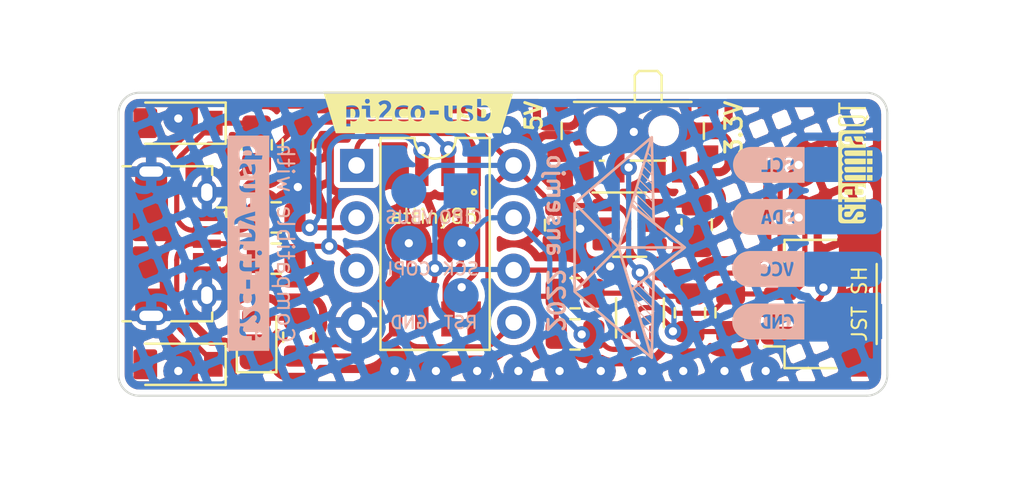
<source format=kicad_pcb>
(kicad_pcb (version 20211014) (generator pcbnew)
  (title_block (rev "1"))
  (layers (0 "F.Cu" signal "Front") (31 "B.Cu" signal "Back") (34 "B.Paste" user) (35 "F.Paste" user) (36 "B.SilkS" user "B.Silkscreen") (37 "F.SilkS" user "F.Silkscreen") (38 "B.Mask" user) (39 "F.Mask" user) (44 "Edge.Cuts" user))
  (net 0 "")
  (net 1 "VBUS")
  (net 2 "GND")
  (net 3 "+3V3")
  (net 4 "Net-(D1-Pad2)")
  (net 5 "USB+")
  (net 6 "USB-")
  (net 8 "VCC")
  (net 9 "SDA")
  (net 10 "SCL")
  (net 11 "CIPO")
  (net 12 "Net-(R2-Pad1)")
  (net 13 "Net-(R3-Pad2)")
  (net 14 "SCK")
  (net 16 "COPI")
  (net 17 "~{RST}")
  (footprint "LOGO" (layer "F.Cu") (at 140.4 76.125 90)
    (fp_text reference "G***" hide)
    (fp_text value "LOGO" hide)
  )
  (footprint "Resistor_SMD:R_0805_2012Metric" (layer "F.Cu") (at 132.375 83.4 90)
    (fp_text reference "R7" hide)
    (fp_text value "10kΩ")
    (pad "1" smd roundrect (at -0.9125 0 90) (size 1.025 1.4) (layers "F.Cu" "F.Paste" "F.Mask") (roundrect_rratio 0.243902) (net 8 "VCC"))
    (pad "2" smd roundrect (at 0.9125 0 90) (size 1.025 1.4) (layers "F.Cu" "F.Paste" "F.Mask") (roundrect_rratio 0.243902) (net 10 "SCL"))
  )
  (footprint "kibuzzard-6233C230" (layer "F.Cu") (at 119.2 73.675)
    (fp_text reference "kibuzzard-6233C230" hide)
    (fp_text value "G***" hide)
  )
  (footprint "Package_DIP:DIP-8_W7.62mm" (layer "F.Cu") (at 116.2 76.25)
    (fp_text reference "U2" hide)
    (fp_text value "ATtiny85-20P")
    (pad "1" thru_hole rect (at 0 0) (size 1.6 1.6) (drill 0.8) (layers *.Cu *.Mask) (net 17 "~{RST}"))
    (pad "2" thru_hole oval (at 0 2.54) (size 1.6 1.6) (drill 0.8) (layers *.Cu *.Mask) (net 12 "Net-(R2-Pad1)"))
    (pad "3" thru_hole oval (at 0 5.08) (size 1.6 1.6) (drill 0.8) (layers *.Cu *.Mask) (net 13 "Net-(R3-Pad2)"))
    (pad "4" thru_hole oval (at 0 7.62) (size 1.6 1.6) (drill 0.8) (layers *.Cu *.Mask) (net 2 "GND"))
    (pad "5" thru_hole oval (at 7.62 7.62) (size 1.6 1.6) (drill 0.8) (layers *.Cu *.Mask) (net 16 "COPI"))
    (pad "6" thru_hole oval (at 7.62 5.08) (size 1.6 1.6) (drill 0.8) (layers *.Cu *.Mask) (net 11 "CIPO"))
    (pad "7" thru_hole oval (at 7.62 2.54) (size 1.6 1.6) (drill 0.8) (layers *.Cu *.Mask) (net 14 "SCK"))
    (pad "8" thru_hole oval (at 7.62 0) (size 1.6 1.6) (drill 0.8) (layers *.Cu *.Mask) (net 1 "VBUS"))
  )
  (footprint "Package_TO_SOT_SMD:SOT-23-5" (layer "F.Cu") (at 129.45 79.125)
    (fp_text reference "U3" hide)
    (fp_text value "MIC5504-3.3YM5")
    (pad "1" smd roundrect (at -1.1375 -0.95) (size 1.325 0.6) (layers "F.Cu" "F.Paste" "F.Mask") (net 1 "VBUS"))
    (pad "2" smd roundrect (at -1.1375 0) (size 1.325 0.6) (layers "F.Cu" "F.Paste" "F.Mask") (net 2 "GND"))
    (pad "3" smd roundrect (at -1.1375 0.95) (size 1.325 0.6) (layers "F.Cu" "F.Paste" "F.Mask") (net 1 "VBUS"))
    (pad "4" smd roundrect (at 1.1375 0.95) (size 1.325 0.6) (layers "F.Cu" "F.Paste" "F.Mask"))
    (pad "5" smd roundrect (at 1.1375 -0.95) (size 1.325 0.6) (layers "F.Cu" "F.Paste" "F.Mask") (net 3 "+3V3"))
  )
  (footprint "Capacitor_SMD:C_0805_2012Metric" (layer "F.Cu") (at 113.35 75.25 -90)
    (fp_text reference "C1" hide)
    (fp_text value "0.1µF")
    (pad "1" smd roundrect (at -0.95 0 270) (size 1 1.45) (layers "F.Cu" "F.Paste" "F.Mask") (net 1 "VBUS"))
    (pad "2" smd roundrect (at 0.95 0 270) (size 1 1.45) (layers "F.Cu" "F.Paste" "F.Mask") (net 2 "GND"))
  )
  (footprint "Capacitor_SMD:C_0805_2012Metric" (layer "F.Cu") (at 126.075 79.15 -90)
    (fp_text reference "C2" hide)
    (fp_text value "1µF")
    (pad "1" smd roundrect (at -0.95 0 270) (size 1 1.45) (layers "F.Cu" "F.Paste" "F.Mask") (net 1 "VBUS"))
    (pad "2" smd roundrect (at 0.95 0 270) (size 1 1.45) (layers "F.Cu" "F.Paste" "F.Mask") (net 2 "GND"))
  )
  (footprint "Resistor_SMD:R_0805_2012Metric" (layer "F.Cu") (at 113.375 84.5875 -90)
    (fp_text reference "R1" hide)
    (fp_text value "2.2kΩ")
    (pad "1" smd roundrect (at -0.9125 0 270) (size 1.025 1.4) (layers "F.Cu" "F.Paste" "F.Mask") (roundrect_rratio 0.243902) (net 4 "Net-(D1-Pad2)"))
    (pad "2" smd roundrect (at 0.9125 0 270) (size 1.025 1.4) (layers "F.Cu" "F.Paste" "F.Mask") (roundrect_rratio 0.243902) (net 16 "COPI"))
  )
  (footprint "Package_SO:SOIC-8W_5.3x5.3mm_P1.27mm" (layer "F.Cu") (at 120 80.05 -90)
    (fp_text reference "U1" hide)
    (fp_text value "ATtiny85-20S")
    (pad "1" smd rect (at -3.65 -1.905 270) (size 1.7 0.65) (layers "F.Cu" "F.Paste" "F.Mask") (net 17 "~{RST}"))
    (pad "2" smd rect (at -3.65 -0.635 270) (size 1.7 0.65) (layers "F.Cu" "F.Paste" "F.Mask") (net 12 "Net-(R2-Pad1)"))
    (pad "3" smd rect (at -3.65 0.635 270) (size 1.7 0.65) (layers "F.Cu" "F.Paste" "F.Mask") (net 13 "Net-(R3-Pad2)"))
    (pad "4" smd rect (at -3.65 1.905 270) (size 1.7 0.65) (layers "F.Cu" "F.Paste" "F.Mask") (net 2 "GND"))
    (pad "5" smd rect (at 3.65 1.905 270) (size 1.7 0.65) (layers "F.Cu" "F.Paste" "F.Mask") (net 16 "COPI"))
    (pad "6" smd rect (at 3.65 0.635 270) (size 1.7 0.65) (layers "F.Cu" "F.Paste" "F.Mask") (net 11 "CIPO"))
    (pad "7" smd rect (at 3.65 -0.635 270) (size 1.7 0.65) (layers "F.Cu" "F.Paste" "F.Mask") (net 14 "SCK"))
    (pad "8" smd rect (at 3.65 -1.905 270) (size 1.7 0.65) (layers "F.Cu" "F.Paste" "F.Mask") (net 1 "VBUS"))
  )
  (footprint "Resistor_SMD:R_0805_2012Metric" (layer "F.Cu") (at 112.3 78.775 180)
    (fp_text reference "R2" hide)
    (fp_text value "27Ω")
    (pad "1" smd roundrect (at -0.9125 0 180) (size 1.025 1.4) (layers "F.Cu" "F.Paste" "F.Mask") (roundrect_rratio 0.243902) (net 12 "Net-(R2-Pad1)"))
    (pad "2" smd roundrect (at 0.9125 0 180) (size 1.025 1.4) (layers "F.Cu" "F.Paste" "F.Mask") (roundrect_rratio 0.243902) (net 6 "USB-"))
  )
  (footprint "Resistor_SMD:R_0805_2012Metric" (layer "F.Cu") (at 126.8 82.45)
    (fp_text reference "R6" hide)
    (fp_text value "10kΩ")
    (pad "1" smd roundrect (at -0.9125 0) (size 1.025 1.4) (layers "F.Cu" "F.Paste" "F.Mask") (roundrect_rratio 0.243902) (net 1 "VBUS"))
    (pad "2" smd roundrect (at 0.9125 0) (size 1.025 1.4) (layers "F.Cu" "F.Paste" "F.Mask") (roundrect_rratio 0.243902) (net 11 "CIPO"))
  )
  (footprint "Resistor_SMD:R_0805_2012Metric" (layer "F.Cu") (at 111.35 75.25 90)
    (fp_text reference "R4" hide)
    (fp_text value "2.2kΩ")
    (pad "1" smd roundrect (at -0.9125 0 90) (size 1.025 1.4) (layers "F.Cu" "F.Paste" "F.Mask") (roundrect_rratio 0.243902) (net 1 "VBUS"))
    (pad "2" smd roundrect (at 0.9125 0 90) (size 1.025 1.4) (layers "F.Cu" "F.Paste" "F.Mask") (roundrect_rratio 0.243902) (net 6 "USB-"))
  )
  (footprint "Diode_SMD:D_SOD-123" (layer "F.Cu") (at 107.6 85.9 180)
    (fp_text reference "D2" hide)
    (fp_text value "3.3V")
    (pad "1" smd rect (at -1.65 0 180) (size 0.9 1.2) (layers "F.Cu" "F.Paste" "F.Mask") (net 5 "USB+"))
    (pad "2" smd rect (at 1.65 0 180) (size 0.9 1.2) (layers "F.Cu" "F.Paste" "F.Mask") (net 2 "GND"))
  )
  (footprint "Resistor_SMD:R_0805_2012Metric" (layer "F.Cu") (at 112.3 80.775)
    (fp_text reference "R3" hide)
    (fp_text value "27Ω")
    (pad "1" smd roundrect (at -0.9125 0) (size 1.025 1.4) (layers "F.Cu" "F.Paste" "F.Mask") (roundrect_rratio 0.243902) (net 5 "USB+"))
    (pad "2" smd roundrect (at 0.9125 0) (size 1.025 1.4) (layers "F.Cu" "F.Paste" "F.Mask") (roundrect_rratio 0.243902) (net 13 "Net-(R3-Pad2)"))
  )
  (footprint "Diode_SMD:D_SOD-123" (layer "F.Cu") (at 107.6 74.2 180)
    (fp_text reference "D3" hide)
    (fp_text value "3.3V")
    (pad "1" smd rect (at -1.65 0 180) (size 0.9 1.2) (layers "F.Cu" "F.Paste" "F.Mask") (net 6 "USB-"))
    (pad "2" smd rect (at 1.65 0 180) (size 0.9 1.2) (layers "F.Cu" "F.Paste" "F.Mask") (net 2 "GND"))
  )
  (footprint "Resistor_SMD:R_0805_2012Metric" (layer "F.Cu") (at 126.8 84.45)
    (fp_text reference "R8" hide)
    (fp_text value "10kΩ")
    (pad "1" smd roundrect (at -0.9125 0) (size 1.025 1.4) (layers "F.Cu" "F.Paste" "F.Mask") (roundrect_rratio 0.243902) (net 1 "VBUS"))
    (pad "2" smd roundrect (at 0.9125 0) (size 1.025 1.4) (layers "F.Cu" "F.Paste" "F.Mask") (roundrect_rratio 0.243902) (net 14 "SCK"))
  )
  (footprint "Resistor_SMD:R_0805_2012Metric" (layer "F.Cu") (at 134.35 83.4 90)
    (fp_text reference "R5" hide)
    (fp_text value "10kΩ")
    (pad "1" smd roundrect (at -0.9125 0 90) (size 1.025 1.4) (layers "F.Cu" "F.Paste" "F.Mask") (roundrect_rratio 0.243902) (net 8 "VCC"))
    (pad "2" smd roundrect (at 0.9125 0 90) (size 1.025 1.4) (layers "F.Cu" "F.Paste" "F.Mask") (roundrect_rratio 0.243902) (net 9 "SDA"))
  )
  (footprint "Connector_USB:USB_Micro-B_Amphenol_10118194_Horizontal" (layer "F.Cu") (at 107.535 80.05 -90)
    (fp_text reference "J1" hide)
    (fp_text value "USB_B_Micro")
    (pad "1" smd rect (at -1.3 -1.4 270) (size 0.4 1.35) (layers "F.Cu" "F.Paste" "F.Mask") (net 1 "VBUS"))
    (pad "2" smd rect (at -0.65 -1.4 270) (size 0.4 1.35) (layers "F.Cu" "F.Paste" "F.Mask") (net 6 "USB-"))
    (pad "3" smd rect (at 0 -1.4 270) (size 0.4 1.35) (layers "F.Cu" "F.Paste" "F.Mask") (net 5 "USB+"))
    (pad "4" smd rect (at 0.65 -1.4 270) (size 0.4 1.35) (layers "F.Cu" "F.Paste" "F.Mask"))
    (pad "5" smd rect (at 1.3 -1.4 270) (size 0.4 1.35) (layers "F.Cu" "F.Paste" "F.Mask") (net 2 "GND"))
    (pad "6" smd rect (at -1 1.3 270) (size 1.5 1.55) (layers "F.Cu" "F.Paste" "F.Mask") (net 2 "GND"))
    (pad "6" thru_hole oval (at -3.5 1.3 270) (size 0.89 1.55) (drill oval 0.5 1.15) (layers *.Cu *.Mask) (net 2 "GND"))
    (pad "6" thru_hole oval (at -2.5 -1.4 270) (size 1.25 0.95) (drill oval 0.85 0.55) (layers *.Cu *.Mask) (net 2 "GND"))
    (pad "6" thru_hole oval (at 3.5 1.3 270) (size 0.89 1.55) (drill oval 0.5 1.15) (layers *.Cu *.Mask) (net 2 "GND"))
    (pad "6" thru_hole oval (at 2.5 -1.4 270) (size 1.25 0.95) (drill oval 0.85 0.55) (layers *.Cu *.Mask) (net 2 "GND"))
    (pad "6" smd rect (at 1 1.3 270) (size 1.5 1.55) (layers "F.Cu" "F.Paste" "F.Mask") (net 2 "GND"))
    (pad "6" smd rect (at 2.9 1.3 270) (size 1.2 1.55) (layers "F.Cu" "F.Paste" "F.Mask") (net 2 "GND"))
    (pad "6" smd rect (at -2.9 1.3 270) (size 1.2 1.55) (layers "F.Cu" "F.Paste" "F.Mask") (net 2 "GND"))
  )
  (footprint "Package_TO_SOT_SMD:SOT-363_SC-70-6" (layer "F.Cu") (at 129.95 83.4 90)
    (fp_text reference "Q1" hide)
    (fp_text value "BSD840NH6327XTSA1")
    (pad "1" smd rect (at -0.95 -0.65 90) (size 0.65 0.4) (layers "F.Cu" "F.Paste" "F.Mask") (net 9 "SDA"))
    (pad "2" smd rect (at -0.95 0 90) (size 0.65 0.4) (layers "F.Cu" "F.Paste" "F.Mask") (net 8 "VCC"))
    (pad "3" smd rect (at -0.95 0.65 90) (size 0.65 0.4) (layers "F.Cu" "F.Paste" "F.Mask") (net 14 "SCK"))
    (pad "4" smd rect (at 0.95 0.65 90) (size 0.65 0.4) (layers "F.Cu" "F.Paste" "F.Mask") (net 10 "SCL"))
    (pad "5" smd rect (at 0.95 0 90) (size 0.65 0.4) (layers "F.Cu" "F.Paste" "F.Mask") (net 8 "VCC"))
    (pad "6" smd rect (at 0.95 -0.65 90) (size 0.65 0.4) (layers "F.Cu" "F.Paste" "F.Mask") (net 11 "CIPO"))
  )
  (footprint "Button_Switch_SMD:SW_SPDT_PCM12" (layer "F.Cu") (at 129.6 74.9 180)
    (fp_text reference "SW1" hide)
    (fp_text value "Voltage Selector")
    (pad "" smd rect (at -3.65 -0.78 180) (size 1 0.8) (layers "F.Cu" "F.Paste" "F.Mask"))
    (pad "" smd rect (at -3.65 1.43 180) (size 1 0.8) (layers "F.Cu" "F.Paste" "F.Mask"))
    (pad "" smd rect (at 3.65 -0.78 180) (size 1 0.8) (layers "F.Cu" "F.Paste" "F.Mask"))
    (pad "" np_thru_hole circle (at 1.5 0.33 180) (size 0.9 0.9) (drill 0.9) (layers *.Cu *.Mask))
    (pad "" np_thru_hole circle (at -1.5 0.33 180) (size 0.9 0.9) (drill 0.9) (layers *.Cu *.Mask))
    (pad "" smd rect (at 3.65 1.43 180) (size 1 0.8) (layers "F.Cu" "F.Paste" "F.Mask"))
    (pad "1" smd rect (at -2.25 -1.43 180) (size 0.7 1.5) (layers "F.Cu" "F.Paste" "F.Mask") (net 3 "+3V3"))
    (pad "2" smd rect (at 0.75 -1.43 180) (size 0.7 1.5) (layers "F.Cu" "F.Paste" "F.Mask") (net 8 "VCC"))
    (pad "3" smd rect (at 2.25 -1.43 180) (size 0.7 1.5) (layers "F.Cu" "F.Paste" "F.Mask") (net 1 "VBUS"))
  )
  (footprint "Connector_JST:JST_SH_SM04B-SRSS-TB_1x04-1MP_P1.00mm_Horizontal" (layer "F.Cu") (at 138.75 82.975 90)
    (fp_text reference "J2" hide)
    (fp_text value "I2C")
    (pad "1" smd roundrect (at -1.5 -2 90) (size 0.6 1.55) (layers "F.Cu" "F.Paste" "F.Mask") (net 2 "GND"))
    (pad "2" smd roundrect (at -0.5 -2 90) (size 0.6 1.55) (layers "F.Cu" "F.Paste" "F.Mask") (net 8 "VCC"))
    (pad "3" smd roundrect (at 0.5 -2 90) (size 0.6 1.55) (layers "F.Cu" "F.Paste" "F.Mask") (net 9 "SDA"))
    (pad "4" smd roundrect (at 1.5 -2 90) (size 0.6 1.55) (layers "F.Cu" "F.Paste" "F.Mask") (net 10 "SCL"))
    (pad "MP" smd roundrect (at 2.8 1.875 90) (size 1.2 1.8) (layers "F.Cu" "F.Paste" "F.Mask") (roundrect_rratio 0.208333) (net 2 "GND"))
    (pad "MP" smd roundrect (at -2.8 1.875 90) (size 1.2 1.8) (layers "F.Cu" "F.Paste" "F.Mask") (roundrect_rratio 0.208333) (net 2 "GND"))
  )
  (footprint "LED_SMD:LED_0805_2012Metric" (layer "F.Cu") (at 111.35 84.6 90)
    (fp_text reference "D1" hide)
    (fp_text value "LED")
    (pad "1" smd roundrect (at -0.9375 0 90) (size 0.975 1.4) (layers "F.Cu" "F.Paste" "F.Mask") (net 2 "GND"))
    (pad "2" smd roundrect (at 0.9375 0 90) (size 0.975 1.4) (layers "F.Cu" "F.Paste" "F.Mask") (net 4 "Net-(D1-Pad2)"))
  )
  (footprint "Capacitor_SMD:C_0805_2012Metric" (layer "F.Cu") (at 132.7 79.125 -90)
    (fp_text reference "C3" hide)
    (fp_text value "1µF")
    (pad "1" smd roundrect (at -0.95 0 270) (size 1 1.45) (layers "F.Cu" "F.Paste" "F.Mask") (net 3 "+3V3"))
    (pad "2" smd roundrect (at 0.95 0 270) (size 1 1.45) (layers "F.Cu" "F.Paste" "F.Mask") (net 2 "GND"))
  )
  (footprint "kibuzzard-6233B95A" (layer "B.Cu") (at 136.2 76.225 180)
    (fp_text reference "kibuzzard-6233B95A" hide)
    (fp_text value "G***" hide)
  )
  (footprint "Connector_PinHeader_2.54mm:PinHeader_1x04_P2.54mm_Vertical" (layer "B.Cu") (at 139.7 83.825)
    (fp_text reference "J4" hide)
    (fp_text value "Header")
    (pad "1" smd rect (at 0 0) (size 4 1.7) (layers "B.Cu" "B.Paste" "B.Mask") (net 2 "GND"))
    (pad "2" smd roundrect (at 0 -2.54) (size 4 1.7) (layers "B.Cu" "B.Paste" "B.Mask") (net 8 "VCC"))
    (pad "3" smd roundrect (at 0 -5.08) (size 4 1.7) (layers "B.Cu" "B.Paste" "B.Mask") (net 9 "SDA"))
    (pad "4" smd roundrect (at 0 -7.62) (size 4 1.7) (layers "B.Cu" "B.Paste" "B.Mask") (net 10 "SCL"))
  )
  (footprint "kibuzzard-6233B920" (layer "B.Cu") (at 136.175 83.825 180)
    (fp_text reference "kibuzzard-6233B920" hide)
    (fp_text value "G***" hide)
  )
  (footprint "kibuzzard-6233B94D" (layer "B.Cu") (at 136.2 78.75 180)
    (fp_text reference "kibuzzard-6233B94D" hide)
    (fp_text value "G***" hide)
  )
  (footprint "Connector_PinHeader_2.54mm:PinHeader_2x03_P2.54mm_Vertical" (layer "B.Cu") (at 121.275001 77.485 180)
    (fp_text reference "J3" hide)
    (fp_text value "AVR-ISP-6")
    (pad "1" smd rect (at 0 0 180) (size 1.7 1.7) (layers "B.Cu" "B.Paste" "B.Mask") (net 11 "CIPO"))
    (pad "2" smd oval (at 2.54 0 180) (size 1.7 1.7) (layers "B.Cu" "B.Paste" "B.Mask") (net 1 "VBUS"))
    (pad "3" smd oval (at 0 -2.54 180) (size 1.7 1.7) (layers "B.Cu" "B.Paste" "B.Mask") (net 14 "SCK"))
    (pad "4" smd oval (at 2.54 -2.54 180) (size 1.7 1.7) (layers "B.Cu" "B.Paste" "B.Mask") (net 16 "COPI"))
    (pad "5" smd oval (at 0 -5.08 180) (size 1.7 1.7) (layers "B.Cu" "B.Paste" "B.Mask") (net 17 "~{RST}"))
    (pad "6" smd oval (at 2.54 -5.08 180) (size 1.7 1.7) (layers "B.Cu" "B.Paste" "B.Mask") (net 2 "GND"))
  )
  (footprint "kibuzzard-6233BAEE" (layer "B.Cu") (at 110.95 80.025 90)
    (fp_text reference "kibuzzard-6233BAEE" hide)
    (fp_text value "G***" hide)
  )
  (footprint "LOGO" (layer "B.Cu") (at 129.612771 80.025 90)
    (fp_text reference "G***" hide)
    (fp_text value "LOGO" hide)
  )
  (footprint "kibuzzard-6233B938" (layer "B.Cu") (at 136.175 81.275 180)
    (fp_text reference "kibuzzard-6233B938" hide)
    (fp_text value "G***" hide)
  )
  (gr_line (start 105.65 72.725) (end 140.95 72.725) (layer "Edge.Cuts") (width 0.1))
  (gr_line (start 141.95 73.725) (end 141.95 86.425) (layer "Edge.Cuts") (width 0.1))
  (gr_line (start 104.65 86.425) (end 104.65 73.725) (layer "Edge.Cuts") (width 0.1))
  (gr_arc (start 141.95 86.425) (mid 141.657107 87.132107) (end 140.95 87.425) (layer "Edge.Cuts") (width 0.1))
  (gr_arc (start 104.65 73.725) (mid 104.942893 73.017893) (end 105.65 72.725) (layer "Edge.Cuts") (width 0.1))
  (gr_arc (start 105.65 87.425) (mid 104.942893 87.132107) (end 104.65 86.425) (layer "Edge.Cuts") (width 0.1))
  (gr_arc (start 140.95 72.725) (mid 141.657107 73.017893) (end 141.95 73.725) (layer "Edge.Cuts") (width 0.1))
  (gr_line (start 140.95 87.425) (end 105.65 87.425) (layer "Edge.Cuts") (width 0.1))
  (gr_text "COPI" (at 118.75 81.275) (layer "B.SilkS") (effects (font (size 0.6 0.6) (thickness 0.1)) (justify mirror)))
  (gr_text "SCK" (at 121.25 81.275) (layer "B.SilkS") (effects (font (size 0.6 0.6) (thickness 0.1)) (justify mirror)))
  (gr_text "RST" (at 121.25 83.875) (layer "B.SilkS") (effects (font (size 0.6 0.6) (thickness 0.1)) (justify mirror)))
  (gr_text "GND" (at 118.75 83.875) (layer "B.SilkS") (effects (font (size 0.6 0.6) (thickness 0.1)) (justify mirror)))
  (gr_text "CIPO" (at 121.25 78.775) (layer "B.SilkS") (effects (font (size 0.6 0.6) (thickness 0.1)) (justify mirror)))
  (gr_text "VBUS" (at 118.75 78.775) (layer "B.SilkS") (effects (font (size 0.6 0.6) (thickness 0.1)) (justify mirror)))
  (gr_text "Compatible with" (at 112.75 80.025 270) (layer "B.SilkS") (effects (font (size 0.8 0.8) (thickness 0.1)) (justify mirror)))
  (gr_text "2022 ansemjo" (at 125.85 80.025 270) (layer "B.SilkS") (effects (font (size 0.8 0.8)) (justify mirror)))
  (gr_text "JST SH" (at 140.6 82.975 90) (layer "F.SilkS") (effects (font (size 0.7 0.7) (thickness 0.1))))
  (gr_text "5V" (at 124.8 73.025 90) (layer "F.SilkS") (effects (font (size 0.8 0.8)) (justify right)))
  (gr_text "attiny85" (at 119.95 78.725) (layer "F.SilkS") (effects (font (size 0.7 0.7) (thickness 0.1))))
  (gr_text "3.3V" (at 134.5 73.025 90) (layer "F.SilkS") (effects (font (size 0.8 0.8)) (justify right)))
  (segment (start 111.35 76.1625) (end 111.4875 76.1625) (width 0.25) (layer "F.Cu") (net 1))
  (segment (start 126.175 78.2) (end 128.2875 78.2) (width 0.25) (layer "F.Cu") (net 1))
  (segment (start 129.18033 79.84467) (end 129.16967 79.85533) (width 0.25) (layer "F.Cu") (net 1))
  (segment (start 128.3125 78.175) (end 127.56967 77.43217) (width 0.25) (layer "F.Cu") (net 1))
  (segment (start 122.793682 77.276318) (end 123.82 76.25) (width 0.25) (layer "F.Cu") (net 1))
  (segment (start 128.2875 78.2) (end 128.3125 78.175) (width 0.25) (layer "F.Cu") (net 1))
  (segment (start 123.82 76.25) (end 125.55033 77.98033) (width 0.25) (layer "F.Cu") (net 1))
  (segment (start 110.46967 76.80533) (end 111.1125 76.1625) (width 0.25) (layer "F.Cu") (net 1))
  (segment (start 122.574012 82.549012) (end 122.574012 77.806648) (width 0.25) (layer "F.Cu") (net 1))
  (segment (start 121.93967 74.36967) (end 123.82 76.25) (width 0.25) (layer "F.Cu") (net 1))
  (segment (start 125.7375 82.6) (end 125.8875 82.45) (width 0.25) (layer "F.Cu") (net 1))
  (segment (start 128.63934 80.075) (end 128.3125 80.075) (width 0.25) (layer "F.Cu") (net 1))
  (segment (start 113.5 74.15) (end 121.40934 74.15) (width 0.25) (layer "F.Cu") (net 1))
  (segment (start 111.1125 76.1625) (end 111.35 76.1625) (width 0.25) (layer "F.Cu") (net 1))
  (segment (start 110.25 77.51434) (end 110.25 77.33566) (width 0.25) (layer "F.Cu") (net 1))
  (segment (start 109.54467 78.53033) (end 110.03033 78.04467) (width 0.25) (layer "F.Cu") (net 1))
  (segment (start 125.8875 82.45) (end 125.8875 84.45) (width 0.25) (layer "F.Cu") (net 1))
  (segment (start 121.905 83.7) (end 122.354342 83.250658) (width 0.25) (layer "F.Cu") (net 1))
  (segment (start 126.08066 78.2) (end 126.175 78.2) (width 0.25) (layer "F.Cu") (net 1))
  (segment (start 122.575 82.6) (end 125.7375 82.6) (width 0.25) (layer "F.Cu") (net 1))
  (segment (start 122.574012 82.720328) (end 122.574012 82.549012) (width 0.25) (layer "F.Cu") (net 1))
  (segment (start 128.3125 78.175) (end 128.58934 78.175) (width 0.25) (layer "F.Cu") (net 1))
  (segment (start 129.4 78.98566) (end 129.4 79.31434) (width 0.25) (layer "F.Cu") (net 1))
  (segment (start 129.11967 78.39467) (end 129.18033 78.45533) (width 0.25) (layer "F.Cu") (net 1))
  (segment (start 122.574012 82.599012) (end 122.575 82.6) (width 0.25) (layer "F.Cu") (net 1))
  (segment (start 122.574012 82.549012) (end 122.574012 82.599012) (width 0.25) (layer "F.Cu") (net 1))
  (segment (start 127.35 76.90184) (end 127.35 76.33) (width 0.25) (layer "F.Cu") (net 1))
  (segment (start 111.4875 76.1625) (end 113.35 74.3) (width 0.25) (layer "F.Cu") (net 1))
  (segment (start 113.35 74.3) (end 113.5 74.15) (width 0.25) (layer "F.Cu") (net 1))
  (segment (start 108.935 78.75) (end 109.01434 78.75) (width 0.25) (layer "F.Cu") (net 1))
  (arc (start 129.16967 79.85533) (mid 128.926353 80.01791) (end 128.63934 80.075) (width 0.25) (layer "F.Cu") (net 1))
  (arc (start 122.793682 77.276318) (mid 122.631102 77.519635) (end 122.574012 77.806648) (width 0.25) (layer "F.Cu") (net 1))
  (arc (start 127.56967 77.43217) (mid 127.40709 77.188853) (end 127.35 76.90184) (width 0.25) (layer "F.Cu") (net 1))
  (arc (start 122.354342 83.250658) (mid 122.516922 83.007341) (end 122.574012 82.720328) (width 0.25) (layer "F.Cu") (net 1))
  (arc (start 110.25 77.51434) (mid 110.19291 77.801353) (end 110.03033 78.04467) (width 0.25) (layer "F.Cu") (net 1))
  (arc (start 109.54467 78.53033) (mid 109.301353 78.69291) (end 109.01434 78.75) (width 0.25) (layer "F.Cu") (net 1))
  (arc (start 121.93967 74.36967) (mid 121.696353 74.20709) (end 121.40934 74.15) (width 0.25) (layer "F.Cu") (net 1))
  (arc (start 125.55033 77.98033) (mid 125.793647 78.14291) (end 126.08066 78.2) (width 0.25) (layer "F.Cu") (net 1))
  (arc (start 129.18033 78.45533) (mid 129.34291 78.698647) (end 129.4 78.98566) (width 0.25) (layer "F.Cu") (net 1))
  (arc (start 129.11967 78.39467) (mid 128.876353 78.23209) (end 128.58934 78.175) (width 0.25) (layer "F.Cu") (net 1))
  (arc (start 110.46967 76.80533) (mid 110.30709 77.048647) (end 110.25 77.33566) (width 0.25) (layer "F.Cu") (net 1))
  (arc (start 129.4 79.31434) (mid 129.34291 79.601353) (end 129.18033 79.84467) (width 0.25) (layer "F.Cu") (net 1))
  (segment (start 120.280661 76.25) (end 123.82 76.25) (width 0.25) (layer "B.Cu") (net 1))
  (segment (start 118.735001 77.485) (end 119.750331 76.46967) (width 0.25) (layer "B.Cu") (net 1))
  (arc (start 120.280661 76.25) (mid 119.993648 76.30709) (end 119.750331 76.46967) (width 0.25) (layer "B.Cu") (net 1))
  (segment (start 113.35 76.2) (end 113.35 75.925) (width 0.25) (layer "F.Cu") (net 2))
  (via (at 120.05 86.225) (size 0.8) (drill 0.4) (layers "F.Cu" "B.Cu") (net 2))
  (via (at 134.05 86.225) (size 0.8) (drill 0.4) (layers "F.Cu" "B.Cu") (net 2))
  (via (at 122.05 86.225) (size 0.8) (drill 0.4) (layers "F.Cu" "B.Cu") (net 2))
  (via (at 129.65 74.625) (size 0.8) (drill 0.4) (layers "F.Cu" "B.Cu") (net 2))
  (via (at 132.05 86.225) (size 0.8) (drill 0.4) (layers "F.Cu" "B.Cu") (net 2))
  (via (at 128.5 81.15) (size 0.8) (drill 0.4) (layers "F.Cu" "B.Cu") (net 2))
  (via (at 136.05 86.225) (size 0.8) (drill 0.4) (layers "F.Cu" "B.Cu") (net 2))
  (via (at 131.85 79.325) (size 0.8) (drill 0.4) (layers "F.Cu" "B.Cu") (net 2))
  (via (at 128.05 86.225) (size 0.8) (drill 0.4) (layers "F.Cu" "B.Cu") (net 2))
  (via (at 123.5 74.575) (size 0.8) (drill 0.4) (layers "F.Cu" "B.Cu") (net 2))
  (via (at 107.55 86.225) (size 0.8) (drill 0.4) (layers "F.Cu" "B.Cu") (net 2))
  (via (at 113.35 77.3) (size 0.8) (drill 0.4) (layers "F.Cu" "B.Cu") (net 2))
  (via (at 107.55 73.975) (size 0.8) (drill 0.4) (layers "F.Cu" "B.Cu") (net 2))
  (via (at 130.05 86.225) (size 0.8) (drill 0.4) (layers "F.Cu" "B.Cu") (net 2))
  (via (at 126.05 86.225) (size 0.8) (drill 0.4) (layers "F.Cu" "B.Cu") (net 2))
  (via (at 127.05 79.325) (size 0.8) (drill 0.4) (layers "F.Cu" "B.Cu") (net 2))
  (via (at 118.05 86.225) (size 0.8) (drill 0.4) (layers "F.Cu" "B.Cu") (net 2))
  (via (at 124.05 86.225) (size 0.8) (drill 0.4) (layers "F.Cu" "B.Cu") (net 2))
  (segment (start 132.48033 76.96033) (end 131.85 76.33) (width 0.25) (layer "F.Cu") (net 3))
  (segment (start 132.7 78.175) (end 132.7 77.49066) (width 0.25) (layer "F.Cu") (net 3))
  (segment (start 130.5875 78.175) (end 132.7 78.175) (width 0.25) (layer "F.Cu") (net 3))
  (arc (start 132.48033 76.96033) (mid 132.64291 77.203647) (end 132.7 77.49066) (width 0.25) (layer "F.Cu") (net 3))
  (segment (start 113.3625 83.6625) (end 113.375 83.675) (width 0.25) (layer "F.Cu") (net 4))
  (segment (start 111.35 83.6625) (end 113.3625 83.6625) (width 0.25) (layer "F.Cu") (net 4))
  (segment (start 107.475 83.71434) (end 107.475 80.846638) (width 0.25) (layer "F.Cu") (net 5))
  (segment (start 108.271638 80.05) (end 108.935 80.05) (width 0.25) (layer "F.Cu") (net 5))
  (segment (start 107.69467 80.316308) (end 107.741308 80.26967) (width 0.25) (layer "F.Cu") (net 5))
  (segment (start 111.3875 80.6375) (end 111.3875 80.775) (width 0.25) (layer "F.Cu") (net 5))
  (segment (start 111.01967 80.26967) (end 111.3875 80.6375) (width 0.25) (layer "F.Cu") (net 5))
  (segment (start 109.25 85.8) (end 107.69467 84.24467) (width 0.25) (layer "F.Cu") (net 5))
  (segment (start 108.935 80.05) (end 110.48934 80.05) (width 0.25) (layer "F.Cu") (net 5))
  (arc (start 107.69467 84.24467) (mid 107.53209 84.001353) (end 107.475 83.71434) (width 0.25) (layer "F.Cu") (net 5))
  (arc (start 108.271638 80.05) (mid 107.984625 80.10709) (end 107.741308 80.26967) (width 0.25) (layer "F.Cu") (net 5))
  (arc (start 107.475 80.846638) (mid 107.53209 80.559625) (end 107.69467 80.316308) (width 0.25) (layer "F.Cu") (net 5))
  (arc (start 111.01967 80.26967) (mid 110.776353 80.10709) (end 110.48934 80.05) (width 0.25) (layer "F.Cu") (net 5))
  (segment (start 108.935 79.4) (end 108.271638 79.4) (width 0.25) (layer "F.Cu") (net 6))
  (segment (start 107.69467 75.75533) (end 109.25 74.2) (width 0.25) (layer "F.Cu") (net 6))
  (segment (start 107.741308 79.18033) (end 107.69467 79.133692) (width 0.25) (layer "F.Cu") (net 6))
  (segment (start 111.2125 74.2) (end 111.35 74.3375) (width 0.25) (layer "F.Cu") (net 6))
  (segment (start 108.935 79.4) (end 110.45184 79.4) (width 0.25) (layer "F.Cu") (net 6))
  (segment (start 107.475 78.603362) (end 107.475 76.28566) (width 0.25) (layer "F.Cu") (net 6))
  (segment (start 109.25 74.2) (end 111.2125 74.2) (width 0.25) (layer "F.Cu") (net 6))
  (segment (start 110.98217 79.18033) (end 111.3875 78.775) (width 0.25) (layer "F.Cu") (net 6))
  (arc (start 110.45184 79.4) (mid 110.738853 79.34291) (end 110.98217 79.18033) (width 0.25) (layer "F.Cu") (net 6))
  (arc (start 108.271638 79.4) (mid 107.984625 79.34291) (end 107.741308 79.18033) (width 0.25) (layer "F.Cu") (net 6))
  (arc (start 107.475 78.603362) (mid 107.53209 78.890375) (end 107.69467 79.133692) (width 0.25) (layer "F.Cu") (net 6))
  (arc (start 107.69467 75.75533) (mid 107.53209 75.998647) (end 107.475 76.28566) (width 0.25) (layer "F.Cu") (net 6))
  (segment (start 131.55 84.3) (end 132.3625 84.3) (width 0.25) (layer "F.Cu") (net 8))
  (segment (start 129.95 81.45) (end 129.95 82.45) (width 0.25) (layer "F.Cu") (net 8))
  (segment (start 138.85 82.21434) (end 138.85 82.175) (width 0.25) (layer "F.Cu") (net 8))
  (segment (start 132.3625 84.3) (end 132.375 84.3125) (width 0.25) (layer "F.Cu") (net 8))
  (segment (start 129.38 76.33) (end 129.4 76.35) (width 0.25) (layer "F.Cu") (net 8))
  (segment (start 131.828185 84.3125) (end 132.375 84.3125) (width 0.25) (layer "F.Cu") (net 8))
  (segment (start 128.85 76.33) (end 129.38 76.33) (width 0.25) (layer "F.Cu") (net 8))
  (segment (start 130.397101 83.65) (end 130.834315 83.65) (width 0.25) (layer "F.Cu") (net 8))
  (segment (start 132.375 84.3125) (end 134.35 84.3125) (width 0.25) (layer "F.Cu") (net 8))
  (segment (start 135.49816 83.475) (end 136.75 83.475) (width 0.25) (layer "F.Cu") (net 8))
  (segment (start 138.11967 83.25533) (end 138.63033 82.74467) (width 0.25) (layer "F.Cu") (net 8))
  (segment (start 134.35 84.3125) (end 134.96783 83.69467) (width 0.25) (layer "F.Cu") (net 8))
  (segment (start 129.95 84.35) (end 129.95 84.097101) (width 0.25) (layer "F.Cu") (net 8))
  (segment (start 130.067158 83.814258) (end 130.114259 83.767157) (width 0.25) (layer "F.Cu") (net 8))
  (segment (start 131.117158 83.767158) (end 131.545343 84.195343) (width 0.25) (layer "F.Cu") (net 8))
  (segment (start 136.75 83.475) (end 137.58934 83.475) (width 0.25) (layer "F.Cu") (net 8))
  (via (at 138.85 82.175) (size 0.8) (drill 0.4) (layers "F.Cu" "B.Cu") (net 8))
  (via (at 131.55 84.3) (size 0.8) (drill 0.4) (layers "F.Cu" "B.Cu") (net 8))
  (via (at 129.4 76.35) (size 0.8) (drill 0.4) (layers "F.Cu" "B.Cu") (net 8))
  (via (at 129.95 81.45) (size 0.8) (drill 0.4) (layers "F.Cu" "B.Cu") (net 8))
  (arc (start 134.96783 83.69467) (mid 135.211147 83.53209) (end 135.49816 83.475) (width 0.25) (layer "F.Cu") (net 8))
  (arc (start 130.397101 83.65) (mid 130.244028 83.680448) (end 130.114259 83.767157) (width 0.25) (layer "F.Cu") (net 8))
  (arc (start 137.58934 83.475) (mid 137.876353 83.41791) (end 138.11967 83.25533) (width 0.25) (layer "F.Cu") (net 8))
  (arc (start 130.834315 83.65) (mid 130.987389 83.680448) (end 131.117158 83.767158) (width 0.25) (layer "F.Cu") (net 8))
  (arc (start 131.828185 84.3125) (mid 131.675112 84.282052) (end 131.545343 84.195343) (width 0.25) (layer "F.Cu") (net 8))
  (arc (start 129.95 84.097101) (mid 129.980448 83.944027) (end 130.067158 83.814258) (width 0.25) (layer "F.Cu") (net 8))
  (arc (start 138.85 82.21434) (mid 138.79291 82.501353) (end 138.63033 82.74467) (width 0.25) (layer "F.Cu") (net 8))
  (segment (start 129.95 81.45) (end 131.38033 82.88033) (width 0.25) (layer "B.Cu") (net 8))
  (segment (start 139.7 81.285) (end 138.85 82.135) (width 0.25) (layer "B.Cu") (net 8))
  (segment (start 129.61967 81.11967) (end 129.95 81.45) (width 0.25) (layer "B.Cu") (net 8))
  (segment (start 131.598633 84.251367) (end 131.55 84.3) (width 0.25) (layer "B.Cu") (net 8))
  (segment (start 138.85 82.135) (end 138.85 82.175) (width 0.25) (layer "B.Cu") (net 8))
  (segment (start 129.4 76.35) (end 129.4 80.58934) (width 0.25) (layer "B.Cu") (net 8))
  (segment (start 131.598633 83.336926) (end 131.598633 84.251367) (width 0.25) (layer "B.Cu") (net 8))
  (arc (start 129.61967 81.11967) (mid 129.45709 80.876353) (end 129.4 80.58934) (width 0.25) (layer "B.Cu") (net 8))
  (arc (start 131.38033 82.88033) (mid 131.527992 83.089993) (end 131.598633 83.336926) (width 0.25) (layer "B.Cu") (net 8))
  (segment (start 136.75 82.475) (end 137.047732 82.475) (width 0.25) (layer "F.Cu") (net 9))
  (segment (start 137.578062 82.25533) (end 137.73033 82.103062) (width 0.25) (layer "F.Cu") (net 9))
  (segment (start 137.73033 78.85533) (end 137.65 78.775) (width 0.25) (layer "F.Cu") (net 9))
  (segment (start 137.95 81.572732) (end 137.95 79.38566) (width 0.25) (layer "F.Cu") (net 9))
  (segment (start 129.3 84.35) (end 129.3 84.040685) (width 0.25) (layer "F.Cu") (net 9))
  (segment (start 134.35 82.4875) (end 136.7375 82.4875) (width 0.25) (layer "F.Cu") (net 9))
  (segment (start 131.665685 83.425) (end 133.10184 83.425) (width 0.25) (layer "F.Cu") (net 9))
  (segment (start 131.342158 83.267158) (end 131.382843 83.307843) (width 0.25) (layer "F.Cu") (net 9))
  (segment (start 129.417158 83.757842) (end 129.907843 83.267157) (width 0.25) (layer "F.Cu") (net 9))
  (segment (start 133.63217 83.20533) (end 134.35 82.4875) (width 0.25) (layer "F.Cu") (net 9))
  (segment (start 130.190685 83.15) (end 131.059315 83.15) (width 0.25) (layer "F.Cu") (net 9))
  (segment (start 136.7375 82.4875) (end 136.75 82.475) (width 0.25) (layer "F.Cu") (net 9))
  (via (at 137.65 78.775) (size 0.8) (drill 0.4) (layers "F.Cu" "B.Cu") (net 9))
  (arc (start 131.665685 83.425) (mid 131.512612 83.394552) (end 131.382843 83.307843) (width 0.25) (layer "F.Cu") (net 9))
  (arc (start 131.342158 83.267158) (mid 131.212389 83.180449) (end 131.059315 83.15) (width 0.25) (layer "F.Cu") (net 9))
  (arc (start 137.047732 82.475) (mid 137.334745 82.41791) (end 137.578062 82.25533) (width 0.25) (layer "F.Cu") (net 9))
  (arc (start 137.95 81.572732) (mid 137.89291 81.859745) (end 137.73033 82.103062) (width 0.25) (layer "F.Cu") (net 9))
  (arc (start 129.3 84.040685) (mid 129.330448 83.887611) (end 129.417158 83.757842) (width 0.25) (layer "F.Cu") (net 9))
  (arc (start 137.95 79.38566) (mid 137.89291 79.098647) (end 137.73033 78.85533) (width 0.25) (layer "F.Cu") (net 9))
  (arc (start 129.907843 83.267157) (mid 130.037612 83.180448) (end 130.190685 83.15) (width 0.25) (layer "F.Cu") (net 9))
  (arc (start 133.10184 83.425) (mid 133.388853 83.36791) (end 133.63217 83.20533) (width 0.25) (layer "F.Cu") (net 9))
  (segment (start 139.67 78.775) (end 139.7 78.745) (width 0.25) (layer "B.Cu") (net 9))
  (segment (start 137.65 78.775) (end 139.67 78.775) (width 0.25) (layer "B.Cu") (net 9))
  (segment (start 136.75 81.475) (end 136.75 77.43566) (width 0.25) (layer "F.Cu") (net 10))
  (segment (start 136.96967 76.90533) (end 137.65 76.225) (width 0.25) (layer "F.Cu") (net 10))
  (segment (start 130.6 82.45) (end 130.75 82.6) (width 0.25) (layer "F.Cu") (net 10))
  (segment (start 132.2625 82.6) (end 132.375 82.4875) (width 0.25) (layer "F.Cu") (net 10))
  (segment (start 130.75 82.6) (end 132.2625 82.6) (width 0.25) (layer "F.Cu") (net 10))
  (segment (start 133.69816 81.475) (end 136.75 81.475) (width 0.25) (layer "F.Cu") (net 10))
  (segment (start 132.375 82.4875) (end 133.16783 81.69467) (width 0.25) (layer "F.Cu") (net 10))
  (via (at 137.65 76.225) (size 0.8) (drill 0.4) (layers "F.Cu" "B.Cu") (net 10))
  (arc (start 136.96967 76.90533) (mid 136.80709 77.148647) (end 136.75 77.43566) (width 0.25) (layer "F.Cu") (net 10))
  (arc (start 133.69816 81.475) (mid 133.411147 81.53209) (end 133.16783 81.69467) (width 0.25) (layer "F.Cu") (net 10))
  (segment (start 137.65 76.225) (end 139.68 76.225) (width 0.25) (layer "B.Cu") (net 10))
  (segment (start 139.68 76.225) (end 139.7 76.205) (width 0.25) (layer "B.Cu") (net 10))
  (segment (start 127.7125 82.45) (end 129.3 82.45) (width 0.25) (layer "F.Cu") (net 11))
  (segment (start 119.58467 82.36533) (end 119.78033 82.16967) (width 0.25) (layer "F.Cu") (net 11))
  (segment (start 126.81217 81.54967) (end 127.7125 82.45) (width 0.25) (layer "F.Cu") (net 11))
  (segment (start 123.82 81.33) (end 126.28184 81.33) (width 0.25) (layer "F.Cu") (net 11))
  (segment (start 120 81.63934) (end 120 81.25) (width 0.25) (layer "F.Cu") (net 11))
  (segment (start 119.365 83.7) (end 119.365 82.89566) (width 0.25) (layer "F.Cu") (net 11))
  (via (at 120 81.25) (size 0.8) (drill 0.4) (layers "F.Cu" "B.Cu") (net 11))
  (arc (start 119.78033 82.16967) (mid 119.94291 81.926353) (end 120 81.63934) (width 0.25) (layer "F.Cu") (net 11))
  (arc (start 119.365 82.89566) (mid 119.42209 82.608647) (end 119.58467 82.36533) (width 0.25) (layer "F.Cu") (net 11))
  (arc (start 126.81217 81.54967) (mid 126.568853 81.38709) (end 126.28184 81.33) (width 0.25) (layer "F.Cu") (net 11))
  (segment (start 121.275001 77.485) (end 120.21967 78.540331) (width 0.25) (layer "B.Cu") (net 11))
  (segment (start 123.79 81.3) (end 120.05 81.3) (width 0.25) (layer "B.Cu") (net 11))
  (segment (start 120.05 81.3) (end 120 81.25) (width 0.25) (layer "B.Cu") (net 11))
  (segment (start 120 79.070661) (end 120 81.25) (width 0.25) (layer "B.Cu") (net 11))
  (segment (start 123.82 81.33) (end 123.79 81.3) (width 0.25) (layer "B.Cu") (net 11))
  (arc (start 120.21967 78.540331) (mid 120.05709 78.783648) (end 120 79.070661) (width 0.25) (layer "B.Cu") (net 11))
  (segment (start 113.78566 79.275) (end 113.925 79.275) (width 0.25) (layer "F.Cu") (net 12))
  (segment (start 115.935 78.79) (end 116.2 78.79) (width 0.25) (layer "F.Cu") (net 12))
  (segment (start 116.2 78.79) (end 115.93467 79.05533) (width 0.25) (layer "F.Cu") (net 12))
  (segment (start 120.635 76.4) (end 120.65 76.385) (width 0.25) (layer "F.Cu") (net 12))
  (segment (start 113.2125 78.775) (end 113.2125 79.0125) (width 0.25) (layer "F.Cu") (net 12))
  (segment (start 115.40434 79.275) (end 113.925 79.275) (width 0.25) (layer "F.Cu") (net 12))
  (segment (start 113.2125 79.0125) (end 113.25533 79.05533) (width 0.25) (layer "F.Cu") (net 12))
  (segment (start 120.65 76.385) (end 120.65 75.4745) (width 0.25) (layer "F.Cu") (net 12))
  (via (at 113.925 79.275) (size 0.8) (drill 0.4) (layers "F.Cu" "B.Cu") (net 12))
  (via (at 120.65 75.4745) (size 0.8) (drill 0.4) (layers "F.Cu" "B.Cu") (net 12))
  (arc (start 113.25533 79.05533) (mid 113.498647 79.21791) (end 113.78566 79.275) (width 0.25) (layer "F.Cu") (net 12))
  (arc (start 115.93467 79.05533) (mid 115.691353 79.21791) (end 115.40434 79.275) (width 0.25) (layer "F.Cu") (net 12))
  (segment (start 114.375489 75.435171) (end 114.375489 78.513851) (width 0.25) (layer "B.Cu") (net 12))
  (segment (start 119.215329 74.350489) (end 115.460171 74.350489) (width 0.25) (layer "B.Cu") (net 12))
  (segment (start 114.929841 74.570159) (end 114.595159 74.904841) (width 0.25) (layer "B.Cu") (net 12))
  (segment (start 114.155819 79.044181) (end 113.925 79.275) (width 0.25) (layer "B.Cu") (net 12))
  (segment (start 120.65 75.4745) (end 119.745659 74.570159) (width 0.25) (layer "B.Cu") (net 12))
  (arc (start 114.929841 74.570159) (mid 115.173158 74.407579) (end 115.460171 74.350489) (width 0.25) (layer "B.Cu") (net 12))
  (arc (start 114.595159 74.904841) (mid 114.432579 75.148158) (end 114.375489 75.435171) (width 0.25) (layer "B.Cu") (net 12))
  (arc (start 119.745659 74.570159) (mid 119.502342 74.407579) (end 119.215329 74.350489) (width 0.25) (layer "B.Cu") (net 12))
  (arc (start 114.155819 79.044181) (mid 114.318399 78.800864) (end 114.375489 78.513851) (width 0.25) (layer "B.Cu") (net 12))
  (segment (start 113.2125 80.775) (end 113.59283 80.39467) (width 0.25) (layer "F.Cu") (net 13))
  (segment (start 119.35 76.385) (end 119.365 76.4) (width 0.25) (layer "F.Cu") (net 13))
  (segment (start 119.35 75.51) (end 119.35 76.385) (width 0.25) (layer "F.Cu") (net 13))
  (segment (start 116.2 81.025) (end 116.2 81.33) (width 0.25) (layer "F.Cu") (net 13))
  (segment (start 114.12316 80.175) (end 115.03934 80.175) (width 0.25) (layer "F.Cu") (net 13))
  (segment (start 115.56967 80.39467) (end 116.2 81.025) (width 0.25) (layer "F.Cu") (net 13))
  (via (at 114.875 80.175) (size 0.8) (drill 0.4) (layers "F.Cu" "B.Cu") (net 13))
  (via (at 119.35 75.51) (size 0.8) (drill 0.4) (layers "F.Cu" "B.Cu") (net 13))
  (arc (start 115.03934 80.175) (mid 115.326353 80.23209) (end 115.56967 80.39467) (width 0.25) (layer "F.Cu") (net 13))
  (arc (start 113.59283 80.39467) (mid 113.836147 80.23209) (end 114.12316 80.175) (width 0.25) (layer "F.Cu") (net 13))
  (segment (start 119.35 75.51) (end 118.90967 75.06967) (width 0.25) (layer "B.Cu") (net 13))
  (segment (start 118.37934 74.85) (end 115.71066 74.85) (width 0.25) (layer "B.Cu") (net 13))
  (segment (start 114.875 75.68566) (end 114.875 80.175) (width 0.25) (layer "B.Cu") (net 13))
  (segment (start 115.18033 75.06967) (end 115.09467 75.15533) (width 0.25) (layer "B.Cu") (net 13))
  (arc (start 118.37934 74.85) (mid 118.666353 74.90709) (end 118.90967 75.06967) (width 0.25) (layer "B.Cu") (net 13))
  (arc (start 115.18033 75.06967) (mid 115.423647 74.90709) (end 115.71066 74.85) (width 0.25) (layer "B.Cu") (net 13))
  (arc (start 115.09467 75.15533) (mid 114.93209 75.398647) (end 114.875 75.68566) (width 0.25) (layer "B.Cu") (net 13))
  (segment (start 127.125 84.45) (end 127.7125 84.45) (width 0.25) (layer "F.Cu") (net 14))
  (segment (start 128.686028 85.175) (end 129.976472 85.175) (width 0.25) (layer "F.Cu") (net 14))
  (segment (start 120.719181 81.62613) (end 121.08033 81.264981) (width 0.25) (layer "F.Cu") (net 14))
  (segment (start 130.400736 84.999264) (end 130.424264 84.975736) (width 0.25) (layer "F.Cu") (net 14))
  (segment (start 120.635 83.7) (end 120.499511 83.564511) (width 0.25) (layer "F.Cu") (net 14))
  (segment (start 120.499511 83.564511) (end 120.499511 82.15646) (width 0.25) (layer "F.Cu") (net 14))
  (segment (start 130.6 84.551472) (end 130.6 84.35) (width 0.25) (layer "F.Cu") (net 14))
  (segment (start 121.3 80.734651) (end 121.3 80.01) (width 0.25) (layer "F.Cu") (net 14))
  (segment (start 127.7125 84.45) (end 128.261764 84.999264) (width 0.25) (layer "F.Cu") (net 14))
  (via (at 127.125 84.45) (size 0.8) (drill 0.4) (layers "F.Cu" "B.Cu") (net 14))
  (via (at 121.3 80.01) (size 0.8) (drill 0.4) (layers "F.Cu" "B.Cu") (net 14))
  (arc (start 120.499511 82.15646) (mid 120.556601 81.869447) (end 120.719181 81.62613) (width 0.25) (layer "F.Cu") (net 14))
  (arc (start 129.976472 85.175) (mid 130.206082 85.129328) (end 130.400736 84.999264) (width 0.25) (layer "F.Cu") (net 14))
  (arc (start 130.6 84.551472) (mid 130.554328 84.781082) (end 130.424264 84.975736) (width 0.25) (layer "F.Cu") (net 14))
  (arc (start 128.686028 85.175) (mid 128.456418 85.129328) (end 128.261764 84.999264) (width 0.25) (layer "F.Cu") (net 14))
  (arc (start 121.08033 81.264981) (mid 121.24291 81.021664) (end 121.3 80.734651) (width 0.25) (layer "F.Cu") (net 14))
  (segment (start 125.575 80.85566) (end 125.575 82.425) (width 0.25) (layer "B.Cu") (net 14))
  (segment (start 125.575 82.425) (end 125.575 82.58934) (width 0.25) (layer "B.Cu") (net 14))
  (segment (start 123.82 78.79) (end 125.35533 80.32533) (width 0.25) (layer "B.Cu") (net 14))
  (segment (start 125.79467 83.11967) (end 127.125 84.45) (width 0.25) (layer "B.Cu") (net 14))
  (segment (start 121.275001 80.025) (end 122.29033 79.00967) (width 0.25) (layer "B.Cu") (net 14))
  (segment (start 122.82066 78.79) (end 123.82 78.79) (width 0.25) (layer "B.Cu") (net 14))
  (arc (start 125.575 82.58934) (mid 125.63209 82.876353) (end 125.79467 83.11967) (width 0.25) (layer "B.Cu") (net 14))
  (arc (start 122.82066 78.79) (mid 122.533647 78.84709) (end 122.29033 79.00967) (width 0.25) (layer "B.Cu") (net 14))
  (arc (start 125.575 80.85566) (mid 125.51791 80.568647) (end 125.35533 80.32533) (width 0.25) (layer "B.Cu") (net 14))
  (segment (start 118.31467 82.36033) (end 118.515331 82.159669) (width 0.25) (layer "F.Cu") (net 16))
  (segment (start 118.095 83.7) (end 118.095 82.89066) (width 0.25) (layer "F.Cu") (net 16))
  (segment (start 116.48934 85.5) (end 113.2125 85.5) (width 0.25) (layer "F.Cu") (net 16))
  (segment (start 118.735001 81.629339) (end 118.735001 80.025) (width 0.25) (layer "F.Cu") (net 16))
  (segment (start 118.095 83.7) (end 118.095 83.89434) (width 0.25) (layer "F.Cu") (net 16))
  (segment (start 117.87533 84.42467) (end 117.01967 85.28033) (width 0.25) (layer "F.Cu") (net 16))
  (segment (start 119.23066 85.05) (end 122.32934 85.05) (width 0.25) (layer "F.Cu") (net 16))
  (segment (start 118.31467 84.44467) (end 118.70033 84.83033) (width 0.25) (layer "F.Cu") (net 16))
  (segment (start 122.85967 84.83033) (end 123.82 83.87) (width 0.25) (layer "F.Cu") (net 16))
  (segment (start 118.095 83.7) (end 118.095 83.91434) (width 0.25) (layer "F.Cu") (net 16))
  (via (at 118.735001 80.025) (size 0.8) (drill 0.4) (layers "F.Cu" "B.Cu") (net 16))
  (arc (start 118.095 83.89434) (mid 118.03791 84.181353) (end 117.87533 84.42467) (width 0.25) (layer "F.Cu") (net 16))
  (arc (start 118.31467 82.36033) (mid 118.15209 82.603647) (end 118.095 82.89066) (width 0.25) (layer "F.Cu") (net 16))
  (arc (start 118.31467 84.44467) (mid 118.15209 84.201353) (end 118.095 83.91434) (width 0.25) (layer "F.Cu") (net 16))
  (arc (start 118.515331 82.159669) (mid 118.677911 81.916352) (end 118.735001 81.629339) (width 0.25) (layer "F.Cu") (net 16))
  (arc (start 116.48934 85.5) (mid 116.776353 85.44291) (end 117.01967 85.28033) (width 0.25) (layer "F.Cu") (net 16))
  (arc (start 122.85967 84.83033) (mid 122.616353 84.99291) (end 122.32934 85.05) (width 0.25) (layer "F.Cu") (net 16))
  (arc (start 118.70033 84.83033) (mid 118.943647 84.99291) (end 119.23066 85.05) (width 0.25) (layer "F.Cu") (net 16))
  (segment (start 121.905 76.4) (end 122.074501 76.569501) (width 0.25) (layer "F.Cu") (net 17))
  (segment (start 121.905 76.4) (end 121.905 75.54066) (width 0.25) (layer "F.Cu") (net 17))
  (segment (start 122.074501 76.569501) (end 122.074501 81.074839) (width 0.25) (layer "F.Cu") (net 17))
  (segment (start 116.2 75.58566) (end 116.2 76.25) (width 0.25) (layer "F.Cu") (net 17))
  (segment (start 121.68533 75.01033) (end 121.59467 74.91967) (width 0.25) (layer "F.Cu") (net 17))
  (segment (start 121.06434 74.7) (end 117.08566 74.7) (width 0.25) (layer "F.Cu") (net 17))
  (segment (start 121.854831 81.605169) (end 121.3 82.16) (width 0.25) (layer "F.Cu") (net 17))
  (segment (start 116.55533 74.91967) (end 116.41967 75.05533) (width 0.25) (layer "F.Cu") (net 17))
  (via (at 121.3 82.16) (size 0.8) (drill 0.4) (layers "F.Cu" "B.Cu") (net 17))
  (arc (start 116.2 75.58566) (mid 116.25709 75.298647) (end 116.41967 75.05533) (width 0.25) (layer "F.Cu") (net 17))
  (arc (start 117.08566 74.7) (mid 116.798647 74.75709) (end 116.55533 74.91967) (width 0.25) (layer "F.Cu") (net 17))
  (arc (start 122.074501 81.074839) (mid 122.017411 81.361852) (end 121.854831 81.605169) (width 0.25) (layer "F.Cu") (net 17))
  (arc (start 121.68533 75.01033) (mid 121.84791 75.253647) (end 121.905 75.54066) (width 0.25) (layer "F.Cu") (net 17))
  (arc (start 121.59467 74.91967) (mid 121.351353 74.75709) (end 121.06434 74.7) (width 0.25) (layer "F.Cu") (net 17))
  (segment (start 121.275001 82.565) (end 121.275001 82.184999) (width 0.25) (layer "B.Cu") (net 17))
  (segment (start 121.275001 82.184999) (end 121.3 82.16) (width 0.25) (layer "B.Cu") (net 17))
  (zone (net 2) (net_name "GND") (layers F&B.Cu) (connect_pads thru_hole_only (clearance 0.3)) (min_thickness 0.25) (fill yes (mode hatch) (thermal_gap 0.25) (thermal_bridge_width 0.508) (hatch_thickness 0.4) (hatch_gap 0.8) (hatch_orientation 22) (hatch_smoothing_level 1) (hatch_smoothing_value 0.1) (hatch_border_algorithm hatch_thickness) (hatch_min_hole_area 0.3))
    (polygon (pts (xy 148.6 91.4) (xy 98.9 91.4) (xy 98.9 68.225) (xy 148.6 68.225)))
  )
)
</source>
